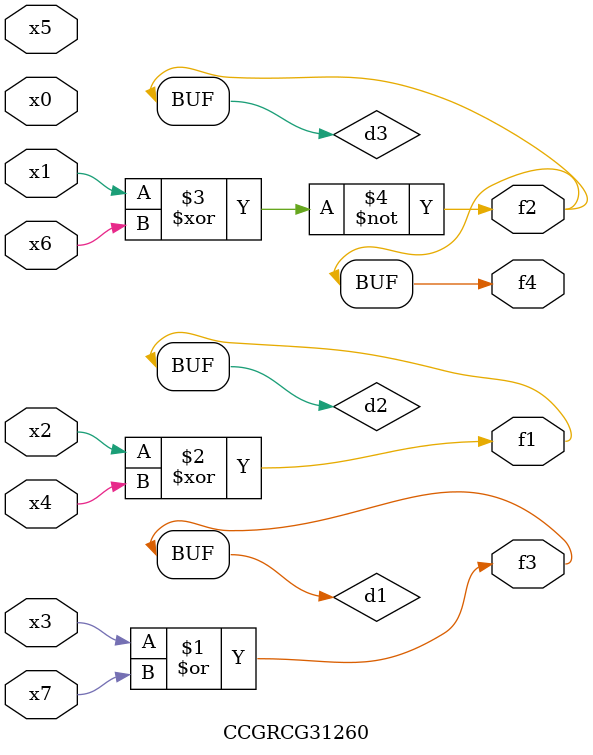
<source format=v>
module CCGRCG31260(
	input x0, x1, x2, x3, x4, x5, x6, x7,
	output f1, f2, f3, f4
);

	wire d1, d2, d3;

	or (d1, x3, x7);
	xor (d2, x2, x4);
	xnor (d3, x1, x6);
	assign f1 = d2;
	assign f2 = d3;
	assign f3 = d1;
	assign f4 = d3;
endmodule

</source>
